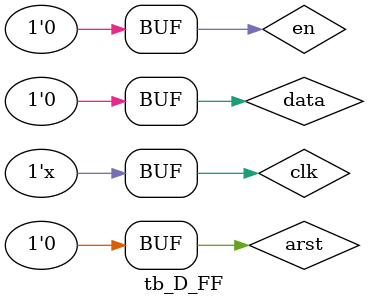
<source format=v>
`timescale 1ns / 1ps


module tb_D_FF;

	// Inputs
	reg arst;
	reg clk;
	reg en;
	reg data;

	// Outputs
	wire out;

	// Instantiate the Unit Under Test (UUT)
	D_FF uut (
		.arst(arst), 
		.clk(clk), 
		.en(en), 
		.data(data), 
		.out(out)
	);
	
	always #10 clk = ~clk;

	initial begin
		// Initialize Inputs
		arst = 1;
		clk = 0;
		en = 0;
		data = 0;

		// Wait 100 ns for global reset to finish
		#100;
		
		arst = 0;
		data = 1;
		
		#100
		
		en = 1;
		
		#100
		
		arst = 1;
		
		#20
		
		arst = 0;
		
		#20
		
		en = 0;
		
		#80
		
		data = 0;
        
		// Add stimulus here

	end
      
endmodule


</source>
